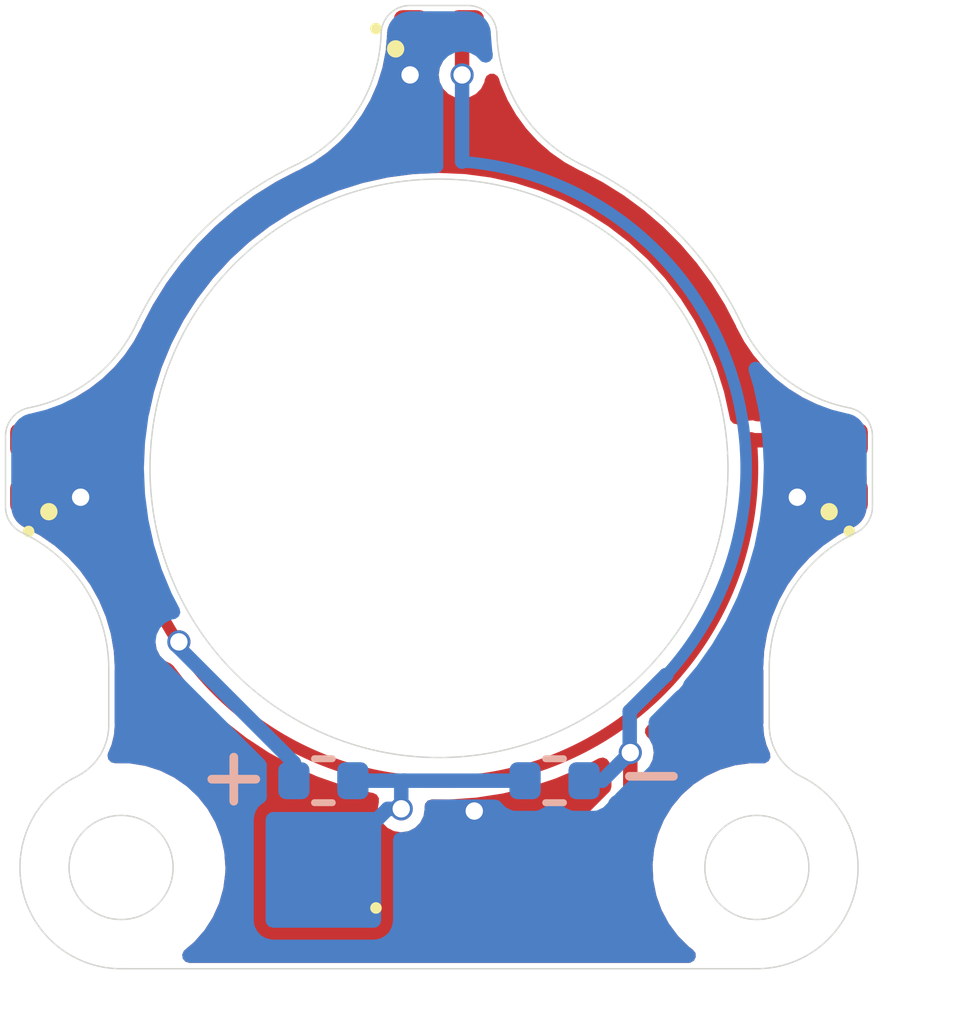
<source format=kicad_pcb>
(kicad_pcb (version 20211014) (generator pcbnew)
  (layers (0 "F.Cu" signal) (31 "B.Cu" signal) (34 "B.Paste" user) (35 "F.Paste" user) (36 "B.SilkS" user "B.Silkscreen") (37 "F.SilkS" user "F.Silkscreen") (38 "B.Mask" user) (39 "F.Mask" user) (44 "Edge.Cuts" user))
  (net 0 "")
  (net 1 "GNDREF")
  (net 2 "Net-(D1-Pad2)")
  (net 3 "Net-(D2-Pad2)")
  (net 4 "+5V")
  (footprint "LED_SMD:LED_0402_1005Metric" (layer "F.Cu") (at 65 97.4)
    (fp_text reference "D3" hide)
    (fp_text value "LED")
    (fp_circle (center -1.09 0) (end -1.04 0) (layer "F.SilkS") (width 0.1) (fill none))
    (pad "1" smd roundrect locked (at -0.485 0) (size 0.59 0.64) (layers "F.Cu" "F.Paste" "F.Mask") (net 1 "GNDREF"))
    (pad "2" smd roundrect locked (at 0.485 0) (size 0.59 0.64) (layers "F.Cu" "F.Paste" "F.Mask") (net 2 "Net-(D1-Pad2)"))
  )
  (footprint "LED_SMD:LED_0402_1005Metric" (layer "F.Cu") (at 72.1 105 90)
    (fp_text reference "D4" hide)
    (fp_text value "LED")
    (fp_circle (center -1.09 0) (end -1.04 0) (layer "F.SilkS") (width 0.1) (fill none))
    (pad "1" smd roundrect locked (at -0.485 0 90) (size 0.59 0.64) (layers "F.Cu" "F.Paste" "F.Mask") (net 1 "GNDREF"))
    (pad "2" smd roundrect locked (at 0.485 0 90) (size 0.59 0.64) (layers "F.Cu" "F.Paste" "F.Mask") (net 3 "Net-(D2-Pad2)"))
  )
  (footprint "LED_SMD:LED_0402_1005Metric" (layer "F.Cu") (at 57.9 105.0025 90)
    (fp_text reference "D2" hide)
    (fp_text value "LED")
    (fp_circle (center -1.09 0) (end -1.04 0) (layer "F.SilkS") (width 0.1) (fill none))
    (pad "1" smd roundrect locked (at -0.485 0 90) (size 0.59 0.64) (layers "F.Cu" "F.Paste" "F.Mask") (net 1 "GNDREF"))
    (pad "2" smd roundrect locked (at 0.485 0 90) (size 0.59 0.64) (layers "F.Cu" "F.Paste" "F.Mask") (net 3 "Net-(D2-Pad2)"))
  )
  (footprint "LED_SMD:LED_0402_1005Metric" (layer "F.Cu") (at 65 112.6)
    (fp_text reference "D1" hide)
    (fp_text value "LED")
    (fp_circle (center -1.09 0) (end -1.04 0) (layer "F.SilkS") (width 0.1) (fill none))
    (pad "1" smd roundrect locked (at -0.485 0) (size 0.59 0.64) (layers "F.Cu" "F.Paste" "F.Mask") (net 1 "GNDREF"))
    (pad "2" smd roundrect locked (at 0.485 0) (size 0.59 0.64) (layers "F.Cu" "F.Paste" "F.Mask") (net 2 "Net-(D1-Pad2)"))
  )
  (footprint "Resistor_SMD:R_0402_1005Metric" (layer "B.Cu") (at 67 110.4)
    (fp_text reference "R3" hide)
    (fp_text value "R")
    (fp_line (start -0.153641 -0.38) (end 0.153641 -0.38) (layer "B.SilkS") (width 0.12))
    (fp_line (start -0.153641 0.38) (end 0.153641 0.38) (layer "B.SilkS") (width 0.12))
    (pad "1" smd roundrect (at -0.51 0) (size 0.54 0.64) (layers "B.Cu" "B.Paste" "B.Mask") (net 4 "+5V"))
    (pad "2" smd roundrect (at 0.51 0) (size 0.54 0.64) (layers "B.Cu" "B.Paste" "B.Mask") (net 2 "Net-(D1-Pad2)"))
  )
  (footprint "Resistor_SMD:R_0402_1005Metric" (layer "B.Cu") (at 63 110.4 180)
    (fp_text reference "R4" hide)
    (fp_text value "R")
    (fp_line (start -0.153641 0.38) (end 0.153641 0.38) (layer "B.SilkS") (width 0.12))
    (fp_line (start -0.153641 -0.38) (end 0.153641 -0.38) (layer "B.SilkS") (width 0.12))
    (pad "1" smd roundrect (at -0.51 0 180) (size 0.54 0.64) (layers "B.Cu" "B.Paste" "B.Mask") (net 4 "+5V"))
    (pad "2" smd roundrect (at 0.51 0 180) (size 0.54 0.64) (layers "B.Cu" "B.Paste" "B.Mask") (net 3 "Net-(D2-Pad2)"))
  )
  (gr_circle (center 71.75 105.75) (end 71.75 105.75) (layer "F.SilkS") (width 0.15) (fill none))
  (gr_circle (center 64.25 97.75) (end 64.25 97.75) (layer "F.SilkS") (width 0.15) (fill none))
  (gr_circle (center 58.25 105.75) (end 58.25 105.75) (layer "F.SilkS") (width 0.15) (fill none))
  (gr_arc locked (start 57.5 104.444862) (mid 57.614256 104.12674) (end 57.904805 103.954007) (layer "Edge.Cuts") (width 0.025))
  (gr_circle locked (center 70.5 111.9) (end 71.4 111.9) (layer "Edge.Cuts") (width 0.025) (fill none))
  (gr_arc locked (start 57.788203 106.114359) (mid 58.880427 107.073777) (end 59.286857 108.469574) (layer "Edge.Cuts") (width 0.025))
  (gr_arc locked (start 65.501291 97) (mid 65.525675 97.000595) (end 65.55 97.002378) (layer "Edge.Cuts") (width 0.025))
  (gr_circle locked (center 65 105) (end 70 105) (layer "Edge.Cuts") (width 0.025) (fill none))
  (gr_arc locked (start 71.272 110.329485) (mid 70.864278 109.960658) (end 70.713143 109.432048) (layer "Edge.Cuts") (width 0.025))
  (gr_line locked (start 59.5 113.65) (end 70.5 113.65) (layer "Edge.Cuts") (width 0.025))
  (gr_line locked (start 57.5 105.55) (end 57.5 105.661433) (layer "Edge.Cuts") (width 0.025))
  (gr_line locked (start 57.5 104.45) (end 57.5 105.55) (layer "Edge.Cuts") (width 0.025))
  (gr_arc locked (start 63.998917 97.48557) (mid 63.577116 98.831859) (end 62.514286 99.759654) (layer "Edge.Cuts") (width 0.025))
  (gr_arc locked (start 59.5 113.65) (mid 57.795462 112.296295) (end 58.728 110.329485) (layer "Edge.Cuts") (width 0.025))
  (gr_arc locked (start 70.713143 108.469574) (mid 71.119573 107.073777) (end 72.211797 106.114359) (layer "Edge.Cuts") (width 0.025))
  (gr_line locked (start 57.5 104.444862) (end 57.5 104.45) (layer "Edge.Cuts") (width 0.025))
  (gr_arc locked (start 63.998917 97.48557) (mid 64.13322 97.158799) (end 64.45 97.002378) (layer "Edge.Cuts") (width 0.025))
  (gr_line locked (start 72.5 104.45) (end 72.5 104.444862) (layer "Edge.Cuts") (width 0.025))
  (gr_line locked (start 59.286857 108.469574) (end 59.286857 109.432048) (layer "Edge.Cuts") (width 0.025))
  (gr_arc locked (start 57.788203 106.114359) (mid 57.57816 105.929856) (end 57.5 105.661433) (layer "Edge.Cuts") (width 0.025))
  (gr_arc locked (start 59.759142 102.515366) (mid 59.003537 103.455823) (end 57.904805 103.954007) (layer "Edge.Cuts") (width 0.025))
  (gr_arc locked (start 72.095195 103.954007) (mid 72.385744 104.12674) (end 72.5 104.444862) (layer "Edge.Cuts") (width 0.025))
  (gr_line locked (start 65.501291 97) (end 64.498709 97) (layer "Edge.Cuts") (width 0.025))
  (gr_arc locked (start 59.286857 109.432048) (mid 59.135722 109.960658) (end 58.728 110.329485) (layer "Edge.Cuts") (width 0.025))
  (gr_arc locked (start 59.759142 102.515366) (mid 60.898358 100.899203) (end 62.514286 99.759654) (layer "Edge.Cuts") (width 0.025))
  (gr_line locked (start 72.5 105.55) (end 72.5 104.45) (layer "Edge.Cuts") (width 0.025))
  (gr_arc locked (start 65.55 97.002378) (mid 65.86678 97.158799) (end 66.001083 97.48557) (layer "Edge.Cuts") (width 0.025))
  (gr_line locked (start 70.713143 108.469574) (end 70.713143 109.432048) (layer "Edge.Cuts") (width 0.025))
  (gr_line locked (start 72.5 105.661433) (end 72.5 105.55) (layer "Edge.Cuts") (width 0.025))
  (gr_arc locked (start 72.095195 103.954007) (mid 70.996463 103.455823) (end 70.240858 102.515366) (layer "Edge.Cuts") (width 0.025))
  (gr_arc locked (start 72.5 105.661433) (mid 72.42184 105.929856) (end 72.211797 106.114359) (layer "Edge.Cuts") (width 0.025))
  (gr_arc locked (start 67.485714 99.759654) (mid 66.422884 98.831859) (end 66.001083 97.48557) (layer "Edge.Cuts") (width 0.025))
  (gr_arc locked (start 71.272 110.329485) (mid 72.204539 112.296295) (end 70.5 113.65) (layer "Edge.Cuts") (width 0.025))
  (gr_arc locked (start 64.45 97.002378) (mid 64.474325 97.000595) (end 64.498709 97) (layer "Edge.Cuts") (width 0.025))
  (gr_circle locked (center 59.5 111.9) (end 60.4 111.9) (layer "Edge.Cuts") (width 0.025) (fill none))
  (gr_arc locked (start 67.485714 99.759654) (mid 69.101642 100.899203) (end 70.240858 102.515366) (layer "Edge.Cuts") (width 0.025))
  (gr_text "-" (at 68.675 110.25) (layer "B.SilkS") (effects (font (size 1 1)) (justify mirror)))
  (gr_text "+" (at 61.45 110.3) (layer "B.SilkS") (effects (font (size 1 1)) (justify mirror)))
  (via (at 71.2 105.5) (size 0.4) (drill 0.3) (layers "F.Cu" "B.Cu") (net 1))
  (via (at 58.8 105.5) (size 0.4) (drill 0.3) (layers "F.Cu" "B.Cu") (net 1))
  (via (at 65.610727 110.9245) (size 0.4) (drill 0.3) (layers "F.Cu" "B.Cu") (net 1))
  (via (at 64.5 98.2) (size 0.4) (drill 0.3) (layers "F.Cu" "B.Cu") (net 1))
  (segment (start 65.610727 110.9245) (end 65.836227 111.15) (width 0.25) (layer "B.Cu") (net 1))
  (segment (start 65.836227 111.15) (end 66.7 111.15) (width 0.25) (layer "B.Cu") (net 1))
  (segment (start 65.4 98.2) (end 65.4 97.485) (width 0.25) (layer "F.Cu") (net 2))
  (segment (start 68.310002 110.689998) (end 66.4 112.6) (width 0.25) (layer "F.Cu") (net 2))
  (segment (start 68.310002 109.914305) (end 68.310002 110.689998) (width 0.25) (layer "F.Cu") (net 2))
  (segment (start 65.4 97.485) (end 65.485 97.4) (width 0.25) (layer "F.Cu") (net 2))
  (segment (start 66.4 112.6) (end 65.485 112.6) (width 0.25) (layer "F.Cu") (net 2))
  (via (at 68.310002 109.914305) (size 0.4) (drill 0.3) (layers "F.Cu" "B.Cu") (net 2))
  (via (at 65.4 98.2) (size 0.4) (drill 0.3) (layers "F.Cu" "B.Cu") (net 2))
  (segment (start 68.932835 108.575304) (end 68.924696 108.575304) (width 0.25) (layer "B.Cu") (net 2))
  (segment (start 68.3 109.904303) (end 68.310002 109.914305) (width 0.25) (layer "B.Cu") (net 2))
  (segment (start 68.924696 108.575304) (end 68.3 109.2) (width 0.25) (layer "B.Cu") (net 2))
  (segment (start 68.3 109.2) (end 68.3 109.904303) (width 0.25) (layer "B.Cu") (net 2))
  (segment (start 67.824307 110.4) (end 68.310002 109.914305) (width 0.25) (layer "B.Cu") (net 2))
  (segment (start 65.4 98.2) (end 65.4 99.700001) (width 0.25) (layer "B.Cu") (net 2))
  (segment (start 67.51 110.4) (end 67.824307 110.4) (width 0.25) (layer "B.Cu") (net 2))
  (arc (start 65.4 99.700001) (mid 69.938221 103.034329) (end 68.932835 108.575304) (width 0.2) (layer "B.Cu") (net 2))
  (segment (start 72.1 104.515) (end 70.414999 104.515) (width 0.25) (layer "F.Cu") (net 3))
  (segment (start 70.414999 104.515) (end 70.399999 104.5) (width 0.25) (layer "F.Cu") (net 3))
  (segment (start 59.610071 104.401119) (end 58.016381 104.401119) (width 0.25) (layer "F.Cu") (net 3))
  (segment (start 58.016381 104.401119) (end 57.9 104.5175) (width 0.25) (layer "F.Cu") (net 3))
  (via (at 60.5 108) (size 0.4) (drill 0.3) (layers "F.Cu" "B.Cu") (net 3))
  (arc (start 70.399999 104.5) (mid 64.950304 110.42287) (end 59.610071 104.401119) (width 0.2) (layer "F.Cu") (net 3))
  (segment (start 60.5 108.1) (end 60.5 108) (width 0.25) (layer "B.Cu") (net 3))
  (segment (start 62.49 110.4) (end 62.49 110.09) (width 0.25) (layer "B.Cu") (net 3))
  (segment (start 62.49 110.09) (end 60.5 108.1) (width 0.25) (layer "B.Cu") (net 3))
  (via (at 64.34726 110.886306) (size 0.4) (drill 0.3) (layers "F.Cu" "B.Cu") (net 4))
  (segment (start 64.34726 110.886306) (end 64.113694 110.886306) (width 0.25) (layer "B.Cu") (net 4))
  (segment (start 63.51 110.4) (end 64 110.4) (width 0.25) (layer "B.Cu") (net 4))
  (segment (start 64.113694 110.886306) (end 63.7 111.3) (width 0.25) (layer "B.Cu") (net 4))
  (segment (start 64 110.4) (end 64.4 110.4) (width 0.25) (layer "B.Cu") (net 4))
  (segment (start 64.34726 110.886306) (end 64.34726 110.45274) (width 0.25) (layer "B.Cu") (net 4))
  (segment (start 64.34726 110.45274) (end 64.4 110.4) (width 0.25) (layer "B.Cu") (net 4))
  (segment (start 64.4 110.4) (end 66.49 110.4) (width 0.25) (layer "B.Cu") (net 4))
  (zone (net 1) (net_name "GNDREF") (layers F&B.Cu) (priority 1) (connect_pads yes (clearance 0.1)) (min_thickness 0.254) (fill yes (thermal_gap 0.508) (thermal_bridge_width 0.508))
    (polygon (pts (arc (start 66.001083 97.48557) (mid 65.86678 97.158799) (end 65.55 97.002378)) (arc (start 65.55 97.002378) (mid 65.525675 97.000595) (end 65.501291 97)) (arc (start 64.498709 97) (mid 64.474325 97.000595) (end 64.45 97.002378)) (arc (start 64.45 97.002378) (mid 64.13322 97.158799) (end 63.998917 97.48557)) (arc (start 63.998917 97.48557) (mid 63.577116 98.831859) (end 62.514286 99.759654)) (arc (start 62.514286 99.759654) (mid 60.898358 100.899203) (end 59.759142 102.515366)) (arc (start 59.759142 102.515366) (mid 59.003537 103.455823) (end 57.904805 103.954007)) (arc (start 57.904805 103.954007) (mid 57.614256 104.12674) (end 57.5 104.444862)) (xy 57.5 104.45) (arc (start 57.5 105.661433) (mid 57.57816 105.929856) (end 57.788203 106.114359)) (arc (start 57.788203 106.114359) (mid 58.880427 107.073777) (end 59.286857 108.469574)) (arc (start 59.286857 109.432048) (mid 59.135722 109.960658) (end 58.728 110.329485)) (arc (start 58.728 110.329485) (mid 57.795462 112.296295) (end 59.5 113.65)) (arc (start 70.5 113.65) (mid 72.204539 112.296295) (end 71.272 110.329485)) (arc (start 71.272 110.329485) (mid 70.864278 109.960658) (end 70.713143 109.432048)) (arc (start 70.713143 108.469574) (mid 71.119573 107.073777) (end 72.211797 106.114359)) (arc (start 72.211797 106.114359) (mid 72.42184 105.929856) (end 72.5 105.661433)) (xy 72.5 105.55) (arc (start 72.5 104.444862) (mid 72.385744 104.12674) (end 72.095195 103.954007)) (arc (start 72.095195 103.954007) (mid 70.996463 103.455823) (end 70.240858 102.515366)) (arc (start 70.240858 102.515366) (mid 69.101642 100.899203) (end 67.485714 99.759654)) (arc (start 67.485714 99.759654) (mid 66.422884 98.831859) (end 66.001083 97.48557))))
  )
  (zone (net 4) (net_name "+5V") (layer "B.Cu") (priority 2) (connect_pads yes (clearance 0.1)) (min_thickness 0.254) (fill yes (thermal_gap 0.508) (thermal_bridge_width 0.508))
    (polygon (pts (xy 64 110.941584) (xy 62 110.941584) (xy 62 112.941584) (xy 64 112.941584)))
  )
)
</source>
